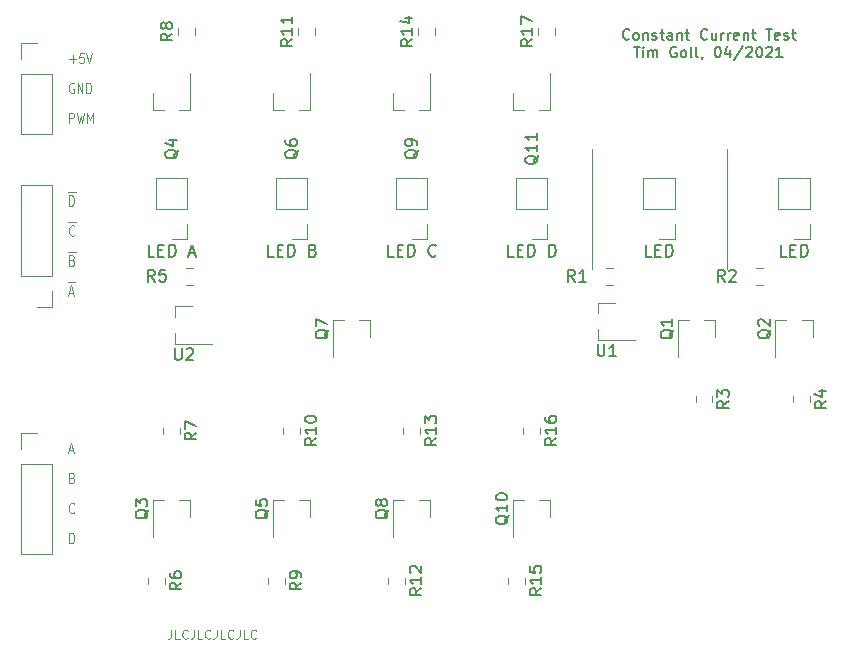
<source format=gbr>
%TF.GenerationSoftware,KiCad,Pcbnew,(5.1.6)-1*%
%TF.CreationDate,2021-04-07T17:42:24+02:00*%
%TF.ProjectId,constant_current,636f6e73-7461-46e7-945f-63757272656e,rev?*%
%TF.SameCoordinates,Original*%
%TF.FileFunction,Legend,Top*%
%TF.FilePolarity,Positive*%
%FSLAX46Y46*%
G04 Gerber Fmt 4.6, Leading zero omitted, Abs format (unit mm)*
G04 Created by KiCad (PCBNEW (5.1.6)-1) date 2021-04-07 17:42:24*
%MOMM*%
%LPD*%
G01*
G04 APERTURE LIST*
%ADD10C,0.120000*%
%ADD11C,0.150000*%
G04 APERTURE END LIST*
D10*
X40884666Y-71527142D02*
X40884666Y-70627142D01*
X41051333Y-70627142D01*
X41151333Y-70670000D01*
X41218000Y-70755714D01*
X41251333Y-70841428D01*
X41284666Y-71012857D01*
X41284666Y-71141428D01*
X41251333Y-71312857D01*
X41218000Y-71398571D01*
X41151333Y-71484285D01*
X41051333Y-71527142D01*
X40884666Y-71527142D01*
X40718000Y-41741000D02*
X41418000Y-41741000D01*
X40884666Y-42952142D02*
X40884666Y-42052142D01*
X41051333Y-42052142D01*
X41151333Y-42095000D01*
X41218000Y-42180714D01*
X41251333Y-42266428D01*
X41284666Y-42437857D01*
X41284666Y-42566428D01*
X41251333Y-42737857D01*
X41218000Y-42823571D01*
X41151333Y-42909285D01*
X41051333Y-42952142D01*
X40884666Y-42952142D01*
X41284666Y-68901428D02*
X41251333Y-68944285D01*
X41151333Y-68987142D01*
X41084666Y-68987142D01*
X40984666Y-68944285D01*
X40918000Y-68858571D01*
X40884666Y-68772857D01*
X40851333Y-68601428D01*
X40851333Y-68472857D01*
X40884666Y-68301428D01*
X40918000Y-68215714D01*
X40984666Y-68130000D01*
X41084666Y-68087142D01*
X41151333Y-68087142D01*
X41251333Y-68130000D01*
X41284666Y-68172857D01*
X41118000Y-65975714D02*
X41218000Y-66018571D01*
X41251333Y-66061428D01*
X41284666Y-66147142D01*
X41284666Y-66275714D01*
X41251333Y-66361428D01*
X41218000Y-66404285D01*
X41151333Y-66447142D01*
X40884666Y-66447142D01*
X40884666Y-65547142D01*
X41118000Y-65547142D01*
X41184666Y-65590000D01*
X41218000Y-65632857D01*
X41251333Y-65718571D01*
X41251333Y-65804285D01*
X41218000Y-65890000D01*
X41184666Y-65932857D01*
X41118000Y-65975714D01*
X40884666Y-65975714D01*
X40851333Y-63650000D02*
X41184666Y-63650000D01*
X40784666Y-63907142D02*
X41018000Y-63007142D01*
X41251333Y-63907142D01*
X40718000Y-49361000D02*
X41318000Y-49361000D01*
X40851333Y-50315000D02*
X41184666Y-50315000D01*
X40784666Y-50572142D02*
X41018000Y-49672142D01*
X41251333Y-50572142D01*
X40718000Y-46821000D02*
X41418000Y-46821000D01*
X41118000Y-47560714D02*
X41218000Y-47603571D01*
X41251333Y-47646428D01*
X41284666Y-47732142D01*
X41284666Y-47860714D01*
X41251333Y-47946428D01*
X41218000Y-47989285D01*
X41151333Y-48032142D01*
X40884666Y-48032142D01*
X40884666Y-47132142D01*
X41118000Y-47132142D01*
X41184666Y-47175000D01*
X41218000Y-47217857D01*
X41251333Y-47303571D01*
X41251333Y-47389285D01*
X41218000Y-47475000D01*
X41184666Y-47517857D01*
X41118000Y-47560714D01*
X40884666Y-47560714D01*
X40718000Y-44281000D02*
X41418000Y-44281000D01*
X41284666Y-45406428D02*
X41251333Y-45449285D01*
X41151333Y-45492142D01*
X41084666Y-45492142D01*
X40984666Y-45449285D01*
X40918000Y-45363571D01*
X40884666Y-45277857D01*
X40851333Y-45106428D01*
X40851333Y-44977857D01*
X40884666Y-44806428D01*
X40918000Y-44720714D01*
X40984666Y-44635000D01*
X41084666Y-44592142D01*
X41151333Y-44592142D01*
X41251333Y-44635000D01*
X41284666Y-44677857D01*
X40884666Y-35967142D02*
X40884666Y-35067142D01*
X41151333Y-35067142D01*
X41218000Y-35110000D01*
X41251333Y-35152857D01*
X41284666Y-35238571D01*
X41284666Y-35367142D01*
X41251333Y-35452857D01*
X41218000Y-35495714D01*
X41151333Y-35538571D01*
X40884666Y-35538571D01*
X41518000Y-35067142D02*
X41684666Y-35967142D01*
X41818000Y-35324285D01*
X41951333Y-35967142D01*
X42118000Y-35067142D01*
X42384666Y-35967142D02*
X42384666Y-35067142D01*
X42618000Y-35710000D01*
X42851333Y-35067142D01*
X42851333Y-35967142D01*
X41251333Y-32570000D02*
X41184666Y-32527142D01*
X41084666Y-32527142D01*
X40984666Y-32570000D01*
X40918000Y-32655714D01*
X40884666Y-32741428D01*
X40851333Y-32912857D01*
X40851333Y-33041428D01*
X40884666Y-33212857D01*
X40918000Y-33298571D01*
X40984666Y-33384285D01*
X41084666Y-33427142D01*
X41151333Y-33427142D01*
X41251333Y-33384285D01*
X41284666Y-33341428D01*
X41284666Y-33041428D01*
X41151333Y-33041428D01*
X41584666Y-33427142D02*
X41584666Y-32527142D01*
X41984666Y-33427142D01*
X41984666Y-32527142D01*
X42318000Y-33427142D02*
X42318000Y-32527142D01*
X42484666Y-32527142D01*
X42584666Y-32570000D01*
X42651333Y-32655714D01*
X42684666Y-32741428D01*
X42718000Y-32912857D01*
X42718000Y-33041428D01*
X42684666Y-33212857D01*
X42651333Y-33298571D01*
X42584666Y-33384285D01*
X42484666Y-33427142D01*
X42318000Y-33427142D01*
X40884666Y-30544285D02*
X41418000Y-30544285D01*
X41151333Y-30887142D02*
X41151333Y-30201428D01*
X42084666Y-29987142D02*
X41751333Y-29987142D01*
X41718000Y-30415714D01*
X41751333Y-30372857D01*
X41818000Y-30330000D01*
X41984666Y-30330000D01*
X42051333Y-30372857D01*
X42084666Y-30415714D01*
X42118000Y-30501428D01*
X42118000Y-30715714D01*
X42084666Y-30801428D01*
X42051333Y-30844285D01*
X41984666Y-30887142D01*
X41818000Y-30887142D01*
X41751333Y-30844285D01*
X41718000Y-30801428D01*
X42318000Y-29987142D02*
X42551333Y-30887142D01*
X42784666Y-29987142D01*
X49496571Y-78837285D02*
X49496571Y-79373000D01*
X49460857Y-79480142D01*
X49389428Y-79551571D01*
X49282285Y-79587285D01*
X49210857Y-79587285D01*
X50210857Y-79587285D02*
X49853714Y-79587285D01*
X49853714Y-78837285D01*
X50889428Y-79515857D02*
X50853714Y-79551571D01*
X50746571Y-79587285D01*
X50675142Y-79587285D01*
X50568000Y-79551571D01*
X50496571Y-79480142D01*
X50460857Y-79408714D01*
X50425142Y-79265857D01*
X50425142Y-79158714D01*
X50460857Y-79015857D01*
X50496571Y-78944428D01*
X50568000Y-78873000D01*
X50675142Y-78837285D01*
X50746571Y-78837285D01*
X50853714Y-78873000D01*
X50889428Y-78908714D01*
X51425142Y-78837285D02*
X51425142Y-79373000D01*
X51389428Y-79480142D01*
X51318000Y-79551571D01*
X51210857Y-79587285D01*
X51139428Y-79587285D01*
X52139428Y-79587285D02*
X51782285Y-79587285D01*
X51782285Y-78837285D01*
X52818000Y-79515857D02*
X52782285Y-79551571D01*
X52675142Y-79587285D01*
X52603714Y-79587285D01*
X52496571Y-79551571D01*
X52425142Y-79480142D01*
X52389428Y-79408714D01*
X52353714Y-79265857D01*
X52353714Y-79158714D01*
X52389428Y-79015857D01*
X52425142Y-78944428D01*
X52496571Y-78873000D01*
X52603714Y-78837285D01*
X52675142Y-78837285D01*
X52782285Y-78873000D01*
X52818000Y-78908714D01*
X53353714Y-78837285D02*
X53353714Y-79373000D01*
X53318000Y-79480142D01*
X53246571Y-79551571D01*
X53139428Y-79587285D01*
X53068000Y-79587285D01*
X54068000Y-79587285D02*
X53710857Y-79587285D01*
X53710857Y-78837285D01*
X54746571Y-79515857D02*
X54710857Y-79551571D01*
X54603714Y-79587285D01*
X54532285Y-79587285D01*
X54425142Y-79551571D01*
X54353714Y-79480142D01*
X54318000Y-79408714D01*
X54282285Y-79265857D01*
X54282285Y-79158714D01*
X54318000Y-79015857D01*
X54353714Y-78944428D01*
X54425142Y-78873000D01*
X54532285Y-78837285D01*
X54603714Y-78837285D01*
X54710857Y-78873000D01*
X54746571Y-78908714D01*
X55282285Y-78837285D02*
X55282285Y-79373000D01*
X55246571Y-79480142D01*
X55175142Y-79551571D01*
X55068000Y-79587285D01*
X54996571Y-79587285D01*
X55996571Y-79587285D02*
X55639428Y-79587285D01*
X55639428Y-78837285D01*
X56675142Y-79515857D02*
X56639428Y-79551571D01*
X56532285Y-79587285D01*
X56460857Y-79587285D01*
X56353714Y-79551571D01*
X56282285Y-79480142D01*
X56246571Y-79408714D01*
X56210857Y-79265857D01*
X56210857Y-79158714D01*
X56246571Y-79015857D01*
X56282285Y-78944428D01*
X56353714Y-78873000D01*
X56460857Y-78837285D01*
X56532285Y-78837285D01*
X56639428Y-78873000D01*
X56675142Y-78908714D01*
D11*
X88267428Y-28781428D02*
X88224571Y-28824285D01*
X88095999Y-28867142D01*
X88010285Y-28867142D01*
X87881714Y-28824285D01*
X87795999Y-28738571D01*
X87753142Y-28652857D01*
X87710285Y-28481428D01*
X87710285Y-28352857D01*
X87753142Y-28181428D01*
X87795999Y-28095714D01*
X87881714Y-28010000D01*
X88010285Y-27967142D01*
X88095999Y-27967142D01*
X88224571Y-28010000D01*
X88267428Y-28052857D01*
X88781714Y-28867142D02*
X88695999Y-28824285D01*
X88653142Y-28781428D01*
X88610285Y-28695714D01*
X88610285Y-28438571D01*
X88653142Y-28352857D01*
X88695999Y-28310000D01*
X88781714Y-28267142D01*
X88910285Y-28267142D01*
X88995999Y-28310000D01*
X89038857Y-28352857D01*
X89081714Y-28438571D01*
X89081714Y-28695714D01*
X89038857Y-28781428D01*
X88995999Y-28824285D01*
X88910285Y-28867142D01*
X88781714Y-28867142D01*
X89467428Y-28267142D02*
X89467428Y-28867142D01*
X89467428Y-28352857D02*
X89510285Y-28310000D01*
X89595999Y-28267142D01*
X89724571Y-28267142D01*
X89810285Y-28310000D01*
X89853142Y-28395714D01*
X89853142Y-28867142D01*
X90238857Y-28824285D02*
X90324571Y-28867142D01*
X90495999Y-28867142D01*
X90581714Y-28824285D01*
X90624571Y-28738571D01*
X90624571Y-28695714D01*
X90581714Y-28610000D01*
X90495999Y-28567142D01*
X90367428Y-28567142D01*
X90281714Y-28524285D01*
X90238857Y-28438571D01*
X90238857Y-28395714D01*
X90281714Y-28310000D01*
X90367428Y-28267142D01*
X90495999Y-28267142D01*
X90581714Y-28310000D01*
X90881714Y-28267142D02*
X91224571Y-28267142D01*
X91010285Y-27967142D02*
X91010285Y-28738571D01*
X91053142Y-28824285D01*
X91138857Y-28867142D01*
X91224571Y-28867142D01*
X91910285Y-28867142D02*
X91910285Y-28395714D01*
X91867428Y-28310000D01*
X91781714Y-28267142D01*
X91610285Y-28267142D01*
X91524571Y-28310000D01*
X91910285Y-28824285D02*
X91824571Y-28867142D01*
X91610285Y-28867142D01*
X91524571Y-28824285D01*
X91481714Y-28738571D01*
X91481714Y-28652857D01*
X91524571Y-28567142D01*
X91610285Y-28524285D01*
X91824571Y-28524285D01*
X91910285Y-28481428D01*
X92338857Y-28267142D02*
X92338857Y-28867142D01*
X92338857Y-28352857D02*
X92381714Y-28310000D01*
X92467428Y-28267142D01*
X92595999Y-28267142D01*
X92681714Y-28310000D01*
X92724571Y-28395714D01*
X92724571Y-28867142D01*
X93024571Y-28267142D02*
X93367428Y-28267142D01*
X93153142Y-27967142D02*
X93153142Y-28738571D01*
X93195999Y-28824285D01*
X93281714Y-28867142D01*
X93367428Y-28867142D01*
X94867428Y-28781428D02*
X94824571Y-28824285D01*
X94695999Y-28867142D01*
X94610285Y-28867142D01*
X94481714Y-28824285D01*
X94395999Y-28738571D01*
X94353142Y-28652857D01*
X94310285Y-28481428D01*
X94310285Y-28352857D01*
X94353142Y-28181428D01*
X94395999Y-28095714D01*
X94481714Y-28010000D01*
X94610285Y-27967142D01*
X94695999Y-27967142D01*
X94824571Y-28010000D01*
X94867428Y-28052857D01*
X95638857Y-28267142D02*
X95638857Y-28867142D01*
X95253142Y-28267142D02*
X95253142Y-28738571D01*
X95295999Y-28824285D01*
X95381714Y-28867142D01*
X95510285Y-28867142D01*
X95595999Y-28824285D01*
X95638857Y-28781428D01*
X96067428Y-28867142D02*
X96067428Y-28267142D01*
X96067428Y-28438571D02*
X96110285Y-28352857D01*
X96153142Y-28310000D01*
X96238857Y-28267142D01*
X96324571Y-28267142D01*
X96624571Y-28867142D02*
X96624571Y-28267142D01*
X96624571Y-28438571D02*
X96667428Y-28352857D01*
X96710285Y-28310000D01*
X96795999Y-28267142D01*
X96881714Y-28267142D01*
X97524571Y-28824285D02*
X97438857Y-28867142D01*
X97267428Y-28867142D01*
X97181714Y-28824285D01*
X97138857Y-28738571D01*
X97138857Y-28395714D01*
X97181714Y-28310000D01*
X97267428Y-28267142D01*
X97438857Y-28267142D01*
X97524571Y-28310000D01*
X97567428Y-28395714D01*
X97567428Y-28481428D01*
X97138857Y-28567142D01*
X97953142Y-28267142D02*
X97953142Y-28867142D01*
X97953142Y-28352857D02*
X97995999Y-28310000D01*
X98081714Y-28267142D01*
X98210285Y-28267142D01*
X98295999Y-28310000D01*
X98338857Y-28395714D01*
X98338857Y-28867142D01*
X98638857Y-28267142D02*
X98981714Y-28267142D01*
X98767428Y-27967142D02*
X98767428Y-28738571D01*
X98810285Y-28824285D01*
X98895999Y-28867142D01*
X98981714Y-28867142D01*
X99838857Y-27967142D02*
X100353142Y-27967142D01*
X100095999Y-28867142D02*
X100095999Y-27967142D01*
X100995999Y-28824285D02*
X100910285Y-28867142D01*
X100738857Y-28867142D01*
X100653142Y-28824285D01*
X100610285Y-28738571D01*
X100610285Y-28395714D01*
X100653142Y-28310000D01*
X100738857Y-28267142D01*
X100910285Y-28267142D01*
X100995999Y-28310000D01*
X101038857Y-28395714D01*
X101038857Y-28481428D01*
X100610285Y-28567142D01*
X101381714Y-28824285D02*
X101467428Y-28867142D01*
X101638857Y-28867142D01*
X101724571Y-28824285D01*
X101767428Y-28738571D01*
X101767428Y-28695714D01*
X101724571Y-28610000D01*
X101638857Y-28567142D01*
X101510285Y-28567142D01*
X101424571Y-28524285D01*
X101381714Y-28438571D01*
X101381714Y-28395714D01*
X101424571Y-28310000D01*
X101510285Y-28267142D01*
X101638857Y-28267142D01*
X101724571Y-28310000D01*
X102024571Y-28267142D02*
X102367428Y-28267142D01*
X102153142Y-27967142D02*
X102153142Y-28738571D01*
X102195999Y-28824285D01*
X102281714Y-28867142D01*
X102367428Y-28867142D01*
X88653142Y-29467142D02*
X89167428Y-29467142D01*
X88910285Y-30367142D02*
X88910285Y-29467142D01*
X89467428Y-30367142D02*
X89467428Y-29767142D01*
X89467428Y-29467142D02*
X89424571Y-29510000D01*
X89467428Y-29552857D01*
X89510285Y-29510000D01*
X89467428Y-29467142D01*
X89467428Y-29552857D01*
X89896000Y-30367142D02*
X89896000Y-29767142D01*
X89896000Y-29852857D02*
X89938857Y-29810000D01*
X90024571Y-29767142D01*
X90153142Y-29767142D01*
X90238857Y-29810000D01*
X90281714Y-29895714D01*
X90281714Y-30367142D01*
X90281714Y-29895714D02*
X90324571Y-29810000D01*
X90410285Y-29767142D01*
X90538857Y-29767142D01*
X90624571Y-29810000D01*
X90667428Y-29895714D01*
X90667428Y-30367142D01*
X92253142Y-29510000D02*
X92167428Y-29467142D01*
X92038857Y-29467142D01*
X91910285Y-29510000D01*
X91824571Y-29595714D01*
X91781714Y-29681428D01*
X91738857Y-29852857D01*
X91738857Y-29981428D01*
X91781714Y-30152857D01*
X91824571Y-30238571D01*
X91910285Y-30324285D01*
X92038857Y-30367142D01*
X92124571Y-30367142D01*
X92253142Y-30324285D01*
X92296000Y-30281428D01*
X92296000Y-29981428D01*
X92124571Y-29981428D01*
X92810285Y-30367142D02*
X92724571Y-30324285D01*
X92681714Y-30281428D01*
X92638857Y-30195714D01*
X92638857Y-29938571D01*
X92681714Y-29852857D01*
X92724571Y-29810000D01*
X92810285Y-29767142D01*
X92938857Y-29767142D01*
X93024571Y-29810000D01*
X93067428Y-29852857D01*
X93110285Y-29938571D01*
X93110285Y-30195714D01*
X93067428Y-30281428D01*
X93024571Y-30324285D01*
X92938857Y-30367142D01*
X92810285Y-30367142D01*
X93624571Y-30367142D02*
X93538857Y-30324285D01*
X93496000Y-30238571D01*
X93496000Y-29467142D01*
X94096000Y-30367142D02*
X94010285Y-30324285D01*
X93967428Y-30238571D01*
X93967428Y-29467142D01*
X94481714Y-30324285D02*
X94481714Y-30367142D01*
X94438857Y-30452857D01*
X94396000Y-30495714D01*
X95724571Y-29467142D02*
X95810285Y-29467142D01*
X95896000Y-29510000D01*
X95938857Y-29552857D01*
X95981714Y-29638571D01*
X96024571Y-29810000D01*
X96024571Y-30024285D01*
X95981714Y-30195714D01*
X95938857Y-30281428D01*
X95896000Y-30324285D01*
X95810285Y-30367142D01*
X95724571Y-30367142D01*
X95638857Y-30324285D01*
X95596000Y-30281428D01*
X95553142Y-30195714D01*
X95510285Y-30024285D01*
X95510285Y-29810000D01*
X95553142Y-29638571D01*
X95596000Y-29552857D01*
X95638857Y-29510000D01*
X95724571Y-29467142D01*
X96796000Y-29767142D02*
X96796000Y-30367142D01*
X96581714Y-29424285D02*
X96367428Y-30067142D01*
X96924571Y-30067142D01*
X97910285Y-29424285D02*
X97138857Y-30581428D01*
X98167428Y-29552857D02*
X98210285Y-29510000D01*
X98296000Y-29467142D01*
X98510285Y-29467142D01*
X98596000Y-29510000D01*
X98638857Y-29552857D01*
X98681714Y-29638571D01*
X98681714Y-29724285D01*
X98638857Y-29852857D01*
X98124571Y-30367142D01*
X98681714Y-30367142D01*
X99238857Y-29467142D02*
X99324571Y-29467142D01*
X99410285Y-29510000D01*
X99453142Y-29552857D01*
X99496000Y-29638571D01*
X99538857Y-29810000D01*
X99538857Y-30024285D01*
X99496000Y-30195714D01*
X99453142Y-30281428D01*
X99410285Y-30324285D01*
X99324571Y-30367142D01*
X99238857Y-30367142D01*
X99153142Y-30324285D01*
X99110285Y-30281428D01*
X99067428Y-30195714D01*
X99024571Y-30024285D01*
X99024571Y-29810000D01*
X99067428Y-29638571D01*
X99110285Y-29552857D01*
X99153142Y-29510000D01*
X99238857Y-29467142D01*
X99881714Y-29552857D02*
X99924571Y-29510000D01*
X100010285Y-29467142D01*
X100224571Y-29467142D01*
X100310285Y-29510000D01*
X100353142Y-29552857D01*
X100395999Y-29638571D01*
X100395999Y-29724285D01*
X100353142Y-29852857D01*
X99838857Y-30367142D01*
X100395999Y-30367142D01*
X101253142Y-30367142D02*
X100738857Y-30367142D01*
X100995999Y-30367142D02*
X100995999Y-29467142D01*
X100910285Y-29595714D01*
X100824571Y-29681428D01*
X100738857Y-29724285D01*
D10*
X85090000Y-38100000D02*
X85090000Y-48260000D01*
X96520000Y-38100000D02*
X96520000Y-48260000D01*
%TO.C,J1*%
X36770000Y-29150000D02*
X38100000Y-29150000D01*
X36770000Y-30480000D02*
X36770000Y-29150000D01*
X36770000Y-31750000D02*
X39430000Y-31750000D01*
X39430000Y-31750000D02*
X39430000Y-36890000D01*
X36770000Y-31750000D02*
X36770000Y-36890000D01*
X36770000Y-36890000D02*
X39430000Y-36890000D01*
%TO.C,LED*%
X92135000Y-40580000D02*
X89475000Y-40580000D01*
X92135000Y-43180000D02*
X92135000Y-40580000D01*
X89475000Y-43180000D02*
X89475000Y-40580000D01*
X92135000Y-43180000D02*
X89475000Y-43180000D01*
X92135000Y-44450000D02*
X92135000Y-45780000D01*
X92135000Y-45780000D02*
X90805000Y-45780000D01*
X103565000Y-45780000D02*
X102235000Y-45780000D01*
X103565000Y-44450000D02*
X103565000Y-45780000D01*
X103565000Y-43180000D02*
X100905000Y-43180000D01*
X100905000Y-43180000D02*
X100905000Y-40580000D01*
X103565000Y-43180000D02*
X103565000Y-40580000D01*
X103565000Y-40580000D02*
X100905000Y-40580000D01*
%TO.C,J4*%
X39430000Y-51495000D02*
X38100000Y-51495000D01*
X39430000Y-50165000D02*
X39430000Y-51495000D01*
X39430000Y-48895000D02*
X36770000Y-48895000D01*
X36770000Y-48895000D02*
X36770000Y-41215000D01*
X39430000Y-48895000D02*
X39430000Y-41215000D01*
X39430000Y-41215000D02*
X36770000Y-41215000D01*
%TO.C,J5*%
X36770000Y-72450000D02*
X39430000Y-72450000D01*
X36770000Y-64770000D02*
X36770000Y-72450000D01*
X39430000Y-64770000D02*
X39430000Y-72450000D01*
X36770000Y-64770000D02*
X39430000Y-64770000D01*
X36770000Y-63500000D02*
X36770000Y-62170000D01*
X36770000Y-62170000D02*
X38100000Y-62170000D01*
%TO.C,LED A*%
X50860000Y-40580000D02*
X48200000Y-40580000D01*
X50860000Y-43180000D02*
X50860000Y-40580000D01*
X48200000Y-43180000D02*
X48200000Y-40580000D01*
X50860000Y-43180000D02*
X48200000Y-43180000D01*
X50860000Y-44450000D02*
X50860000Y-45780000D01*
X50860000Y-45780000D02*
X49530000Y-45780000D01*
%TO.C,LED B*%
X61020000Y-45780000D02*
X59690000Y-45780000D01*
X61020000Y-44450000D02*
X61020000Y-45780000D01*
X61020000Y-43180000D02*
X58360000Y-43180000D01*
X58360000Y-43180000D02*
X58360000Y-40580000D01*
X61020000Y-43180000D02*
X61020000Y-40580000D01*
X61020000Y-40580000D02*
X58360000Y-40580000D01*
%TO.C,LED C*%
X71180000Y-40580000D02*
X68520000Y-40580000D01*
X71180000Y-43180000D02*
X71180000Y-40580000D01*
X68520000Y-43180000D02*
X68520000Y-40580000D01*
X71180000Y-43180000D02*
X68520000Y-43180000D01*
X71180000Y-44450000D02*
X71180000Y-45780000D01*
X71180000Y-45780000D02*
X69850000Y-45780000D01*
%TO.C,LED D*%
X81340000Y-45780000D02*
X80010000Y-45780000D01*
X81340000Y-44450000D02*
X81340000Y-45780000D01*
X81340000Y-43180000D02*
X78680000Y-43180000D01*
X78680000Y-43180000D02*
X78680000Y-40580000D01*
X81340000Y-43180000D02*
X81340000Y-40580000D01*
X81340000Y-40580000D02*
X78680000Y-40580000D01*
%TO.C,Q1*%
X95560000Y-52580000D02*
X95560000Y-54040000D01*
X92400000Y-52580000D02*
X92400000Y-55740000D01*
X92400000Y-52580000D02*
X93330000Y-52580000D01*
X95560000Y-52580000D02*
X94630000Y-52580000D01*
%TO.C,Q2*%
X103815000Y-52580000D02*
X103815000Y-54040000D01*
X100655000Y-52580000D02*
X100655000Y-55740000D01*
X100655000Y-52580000D02*
X101585000Y-52580000D01*
X103815000Y-52580000D02*
X102885000Y-52580000D01*
%TO.C,Q3*%
X51110000Y-67820000D02*
X51110000Y-69280000D01*
X47950000Y-67820000D02*
X47950000Y-70980000D01*
X47950000Y-67820000D02*
X48880000Y-67820000D01*
X51110000Y-67820000D02*
X50180000Y-67820000D01*
%TO.C,Q4*%
X47950000Y-34820000D02*
X48880000Y-34820000D01*
X51110000Y-34820000D02*
X50180000Y-34820000D01*
X51110000Y-34820000D02*
X51110000Y-31660000D01*
X47950000Y-34820000D02*
X47950000Y-33360000D01*
%TO.C,Q5*%
X61270000Y-67820000D02*
X61270000Y-69280000D01*
X58110000Y-67820000D02*
X58110000Y-70980000D01*
X58110000Y-67820000D02*
X59040000Y-67820000D01*
X61270000Y-67820000D02*
X60340000Y-67820000D01*
%TO.C,Q6*%
X58110000Y-34820000D02*
X59040000Y-34820000D01*
X61270000Y-34820000D02*
X60340000Y-34820000D01*
X61270000Y-34820000D02*
X61270000Y-31660000D01*
X58110000Y-34820000D02*
X58110000Y-33360000D01*
%TO.C,Q7*%
X66350000Y-52580000D02*
X66350000Y-54040000D01*
X63190000Y-52580000D02*
X63190000Y-55740000D01*
X63190000Y-52580000D02*
X64120000Y-52580000D01*
X66350000Y-52580000D02*
X65420000Y-52580000D01*
%TO.C,Q8*%
X71430000Y-67820000D02*
X70500000Y-67820000D01*
X68270000Y-67820000D02*
X69200000Y-67820000D01*
X68270000Y-67820000D02*
X68270000Y-70980000D01*
X71430000Y-67820000D02*
X71430000Y-69280000D01*
%TO.C,Q9*%
X68270000Y-34820000D02*
X68270000Y-33360000D01*
X71430000Y-34820000D02*
X71430000Y-31660000D01*
X71430000Y-34820000D02*
X70500000Y-34820000D01*
X68270000Y-34820000D02*
X69200000Y-34820000D01*
%TO.C,Q10*%
X81590000Y-67820000D02*
X81590000Y-69280000D01*
X78430000Y-67820000D02*
X78430000Y-70980000D01*
X78430000Y-67820000D02*
X79360000Y-67820000D01*
X81590000Y-67820000D02*
X80660000Y-67820000D01*
%TO.C,Q11*%
X78430000Y-34820000D02*
X79360000Y-34820000D01*
X81590000Y-34820000D02*
X80660000Y-34820000D01*
X81590000Y-34820000D02*
X81590000Y-31660000D01*
X78430000Y-34820000D02*
X78430000Y-33360000D01*
%TO.C,R1*%
X86343748Y-48185000D02*
X86866252Y-48185000D01*
X86343748Y-49605000D02*
X86866252Y-49605000D01*
%TO.C,R2*%
X99043748Y-49605000D02*
X99566252Y-49605000D01*
X99043748Y-48185000D02*
X99566252Y-48185000D01*
%TO.C,R3*%
X93905000Y-59038748D02*
X93905000Y-59561252D01*
X95325000Y-59038748D02*
X95325000Y-59561252D01*
%TO.C,R4*%
X103580000Y-59038748D02*
X103580000Y-59561252D01*
X102160000Y-59038748D02*
X102160000Y-59561252D01*
%TO.C,R5*%
X50783748Y-49605000D02*
X51306252Y-49605000D01*
X50783748Y-48185000D02*
X51306252Y-48185000D01*
%TO.C,R6*%
X48970000Y-74423748D02*
X48970000Y-74946252D01*
X47550000Y-74423748D02*
X47550000Y-74946252D01*
%TO.C,R7*%
X48820000Y-61723748D02*
X48820000Y-62246252D01*
X50240000Y-61723748D02*
X50240000Y-62246252D01*
%TO.C,R8*%
X51510000Y-28446252D02*
X51510000Y-27923748D01*
X50090000Y-28446252D02*
X50090000Y-27923748D01*
%TO.C,R9*%
X59130000Y-74423748D02*
X59130000Y-74946252D01*
X57710000Y-74423748D02*
X57710000Y-74946252D01*
%TO.C,R10*%
X58980000Y-61723748D02*
X58980000Y-62246252D01*
X60400000Y-61723748D02*
X60400000Y-62246252D01*
%TO.C,R11*%
X60250000Y-28446252D02*
X60250000Y-27923748D01*
X61670000Y-28446252D02*
X61670000Y-27923748D01*
%TO.C,R12*%
X67870000Y-74423748D02*
X67870000Y-74946252D01*
X69290000Y-74423748D02*
X69290000Y-74946252D01*
%TO.C,R13*%
X70560000Y-61723748D02*
X70560000Y-62246252D01*
X69140000Y-61723748D02*
X69140000Y-62246252D01*
%TO.C,R14*%
X71830000Y-28446252D02*
X71830000Y-27923748D01*
X70410000Y-28446252D02*
X70410000Y-27923748D01*
%TO.C,R15*%
X79450000Y-74423748D02*
X79450000Y-74946252D01*
X78030000Y-74423748D02*
X78030000Y-74946252D01*
%TO.C,R16*%
X79300000Y-61723748D02*
X79300000Y-62246252D01*
X80720000Y-61723748D02*
X80720000Y-62246252D01*
%TO.C,R17*%
X80570000Y-28446252D02*
X80570000Y-27923748D01*
X81990000Y-28446252D02*
X81990000Y-27923748D01*
%TO.C,U1*%
X85600000Y-51125000D02*
X85600000Y-52055000D01*
X85600000Y-54285000D02*
X85600000Y-53355000D01*
X85600000Y-54285000D02*
X88760000Y-54285000D01*
X85600000Y-51125000D02*
X87060000Y-51125000D01*
%TO.C,U2*%
X49810000Y-51440000D02*
X49810000Y-52370000D01*
X49810000Y-54600000D02*
X49810000Y-53670000D01*
X49810000Y-54600000D02*
X52970000Y-54600000D01*
X49810000Y-51440000D02*
X51270000Y-51440000D01*
%TO.C,LED*%
D11*
X90162142Y-47232380D02*
X89685952Y-47232380D01*
X89685952Y-46232380D01*
X90495476Y-46708571D02*
X90828809Y-46708571D01*
X90971666Y-47232380D02*
X90495476Y-47232380D01*
X90495476Y-46232380D01*
X90971666Y-46232380D01*
X91400238Y-47232380D02*
X91400238Y-46232380D01*
X91638333Y-46232380D01*
X91781190Y-46280000D01*
X91876428Y-46375238D01*
X91924047Y-46470476D01*
X91971666Y-46660952D01*
X91971666Y-46803809D01*
X91924047Y-46994285D01*
X91876428Y-47089523D01*
X91781190Y-47184761D01*
X91638333Y-47232380D01*
X91400238Y-47232380D01*
X101592142Y-47232380D02*
X101115952Y-47232380D01*
X101115952Y-46232380D01*
X101925476Y-46708571D02*
X102258809Y-46708571D01*
X102401666Y-47232380D02*
X101925476Y-47232380D01*
X101925476Y-46232380D01*
X102401666Y-46232380D01*
X102830238Y-47232380D02*
X102830238Y-46232380D01*
X103068333Y-46232380D01*
X103211190Y-46280000D01*
X103306428Y-46375238D01*
X103354047Y-46470476D01*
X103401666Y-46660952D01*
X103401666Y-46803809D01*
X103354047Y-46994285D01*
X103306428Y-47089523D01*
X103211190Y-47184761D01*
X103068333Y-47232380D01*
X102830238Y-47232380D01*
%TO.C,LED A*%
X48077619Y-47232380D02*
X47601428Y-47232380D01*
X47601428Y-46232380D01*
X48410952Y-46708571D02*
X48744285Y-46708571D01*
X48887142Y-47232380D02*
X48410952Y-47232380D01*
X48410952Y-46232380D01*
X48887142Y-46232380D01*
X49315714Y-47232380D02*
X49315714Y-46232380D01*
X49553809Y-46232380D01*
X49696666Y-46280000D01*
X49791904Y-46375238D01*
X49839523Y-46470476D01*
X49887142Y-46660952D01*
X49887142Y-46803809D01*
X49839523Y-46994285D01*
X49791904Y-47089523D01*
X49696666Y-47184761D01*
X49553809Y-47232380D01*
X49315714Y-47232380D01*
X51030000Y-46946666D02*
X51506190Y-46946666D01*
X50934761Y-47232380D02*
X51268095Y-46232380D01*
X51601428Y-47232380D01*
%TO.C,LED B*%
X58166190Y-47232380D02*
X57690000Y-47232380D01*
X57690000Y-46232380D01*
X58499523Y-46708571D02*
X58832857Y-46708571D01*
X58975714Y-47232380D02*
X58499523Y-47232380D01*
X58499523Y-46232380D01*
X58975714Y-46232380D01*
X59404285Y-47232380D02*
X59404285Y-46232380D01*
X59642380Y-46232380D01*
X59785238Y-46280000D01*
X59880476Y-46375238D01*
X59928095Y-46470476D01*
X59975714Y-46660952D01*
X59975714Y-46803809D01*
X59928095Y-46994285D01*
X59880476Y-47089523D01*
X59785238Y-47184761D01*
X59642380Y-47232380D01*
X59404285Y-47232380D01*
X61499523Y-46708571D02*
X61642380Y-46756190D01*
X61690000Y-46803809D01*
X61737619Y-46899047D01*
X61737619Y-47041904D01*
X61690000Y-47137142D01*
X61642380Y-47184761D01*
X61547142Y-47232380D01*
X61166190Y-47232380D01*
X61166190Y-46232380D01*
X61499523Y-46232380D01*
X61594761Y-46280000D01*
X61642380Y-46327619D01*
X61690000Y-46422857D01*
X61690000Y-46518095D01*
X61642380Y-46613333D01*
X61594761Y-46660952D01*
X61499523Y-46708571D01*
X61166190Y-46708571D01*
%TO.C,LED C*%
X68326190Y-47232380D02*
X67850000Y-47232380D01*
X67850000Y-46232380D01*
X68659523Y-46708571D02*
X68992857Y-46708571D01*
X69135714Y-47232380D02*
X68659523Y-47232380D01*
X68659523Y-46232380D01*
X69135714Y-46232380D01*
X69564285Y-47232380D02*
X69564285Y-46232380D01*
X69802380Y-46232380D01*
X69945238Y-46280000D01*
X70040476Y-46375238D01*
X70088095Y-46470476D01*
X70135714Y-46660952D01*
X70135714Y-46803809D01*
X70088095Y-46994285D01*
X70040476Y-47089523D01*
X69945238Y-47184761D01*
X69802380Y-47232380D01*
X69564285Y-47232380D01*
X71897619Y-47137142D02*
X71850000Y-47184761D01*
X71707142Y-47232380D01*
X71611904Y-47232380D01*
X71469047Y-47184761D01*
X71373809Y-47089523D01*
X71326190Y-46994285D01*
X71278571Y-46803809D01*
X71278571Y-46660952D01*
X71326190Y-46470476D01*
X71373809Y-46375238D01*
X71469047Y-46280000D01*
X71611904Y-46232380D01*
X71707142Y-46232380D01*
X71850000Y-46280000D01*
X71897619Y-46327619D01*
%TO.C,LED D*%
X78486190Y-47232380D02*
X78010000Y-47232380D01*
X78010000Y-46232380D01*
X78819523Y-46708571D02*
X79152857Y-46708571D01*
X79295714Y-47232380D02*
X78819523Y-47232380D01*
X78819523Y-46232380D01*
X79295714Y-46232380D01*
X79724285Y-47232380D02*
X79724285Y-46232380D01*
X79962380Y-46232380D01*
X80105238Y-46280000D01*
X80200476Y-46375238D01*
X80248095Y-46470476D01*
X80295714Y-46660952D01*
X80295714Y-46803809D01*
X80248095Y-46994285D01*
X80200476Y-47089523D01*
X80105238Y-47184761D01*
X79962380Y-47232380D01*
X79724285Y-47232380D01*
X81486190Y-47232380D02*
X81486190Y-46232380D01*
X81724285Y-46232380D01*
X81867142Y-46280000D01*
X81962380Y-46375238D01*
X82010000Y-46470476D01*
X82057619Y-46660952D01*
X82057619Y-46803809D01*
X82010000Y-46994285D01*
X81962380Y-47089523D01*
X81867142Y-47184761D01*
X81724285Y-47232380D01*
X81486190Y-47232380D01*
%TO.C,Q1*%
X92027619Y-53435238D02*
X91980000Y-53530476D01*
X91884761Y-53625714D01*
X91741904Y-53768571D01*
X91694285Y-53863809D01*
X91694285Y-53959047D01*
X91932380Y-53911428D02*
X91884761Y-54006666D01*
X91789523Y-54101904D01*
X91599047Y-54149523D01*
X91265714Y-54149523D01*
X91075238Y-54101904D01*
X90980000Y-54006666D01*
X90932380Y-53911428D01*
X90932380Y-53720952D01*
X90980000Y-53625714D01*
X91075238Y-53530476D01*
X91265714Y-53482857D01*
X91599047Y-53482857D01*
X91789523Y-53530476D01*
X91884761Y-53625714D01*
X91932380Y-53720952D01*
X91932380Y-53911428D01*
X91932380Y-52530476D02*
X91932380Y-53101904D01*
X91932380Y-52816190D02*
X90932380Y-52816190D01*
X91075238Y-52911428D01*
X91170476Y-53006666D01*
X91218095Y-53101904D01*
%TO.C,Q2*%
X100282619Y-53435238D02*
X100235000Y-53530476D01*
X100139761Y-53625714D01*
X99996904Y-53768571D01*
X99949285Y-53863809D01*
X99949285Y-53959047D01*
X100187380Y-53911428D02*
X100139761Y-54006666D01*
X100044523Y-54101904D01*
X99854047Y-54149523D01*
X99520714Y-54149523D01*
X99330238Y-54101904D01*
X99235000Y-54006666D01*
X99187380Y-53911428D01*
X99187380Y-53720952D01*
X99235000Y-53625714D01*
X99330238Y-53530476D01*
X99520714Y-53482857D01*
X99854047Y-53482857D01*
X100044523Y-53530476D01*
X100139761Y-53625714D01*
X100187380Y-53720952D01*
X100187380Y-53911428D01*
X99282619Y-53101904D02*
X99235000Y-53054285D01*
X99187380Y-52959047D01*
X99187380Y-52720952D01*
X99235000Y-52625714D01*
X99282619Y-52578095D01*
X99377857Y-52530476D01*
X99473095Y-52530476D01*
X99615952Y-52578095D01*
X100187380Y-53149523D01*
X100187380Y-52530476D01*
%TO.C,Q3*%
X47577619Y-68675238D02*
X47530000Y-68770476D01*
X47434761Y-68865714D01*
X47291904Y-69008571D01*
X47244285Y-69103809D01*
X47244285Y-69199047D01*
X47482380Y-69151428D02*
X47434761Y-69246666D01*
X47339523Y-69341904D01*
X47149047Y-69389523D01*
X46815714Y-69389523D01*
X46625238Y-69341904D01*
X46530000Y-69246666D01*
X46482380Y-69151428D01*
X46482380Y-68960952D01*
X46530000Y-68865714D01*
X46625238Y-68770476D01*
X46815714Y-68722857D01*
X47149047Y-68722857D01*
X47339523Y-68770476D01*
X47434761Y-68865714D01*
X47482380Y-68960952D01*
X47482380Y-69151428D01*
X46482380Y-68389523D02*
X46482380Y-67770476D01*
X46863333Y-68103809D01*
X46863333Y-67960952D01*
X46910952Y-67865714D01*
X46958571Y-67818095D01*
X47053809Y-67770476D01*
X47291904Y-67770476D01*
X47387142Y-67818095D01*
X47434761Y-67865714D01*
X47482380Y-67960952D01*
X47482380Y-68246666D01*
X47434761Y-68341904D01*
X47387142Y-68389523D01*
%TO.C,Q4*%
X50077619Y-38195238D02*
X50030000Y-38290476D01*
X49934761Y-38385714D01*
X49791904Y-38528571D01*
X49744285Y-38623809D01*
X49744285Y-38719047D01*
X49982380Y-38671428D02*
X49934761Y-38766666D01*
X49839523Y-38861904D01*
X49649047Y-38909523D01*
X49315714Y-38909523D01*
X49125238Y-38861904D01*
X49030000Y-38766666D01*
X48982380Y-38671428D01*
X48982380Y-38480952D01*
X49030000Y-38385714D01*
X49125238Y-38290476D01*
X49315714Y-38242857D01*
X49649047Y-38242857D01*
X49839523Y-38290476D01*
X49934761Y-38385714D01*
X49982380Y-38480952D01*
X49982380Y-38671428D01*
X49315714Y-37385714D02*
X49982380Y-37385714D01*
X48934761Y-37623809D02*
X49649047Y-37861904D01*
X49649047Y-37242857D01*
%TO.C,Q5*%
X57737619Y-68675238D02*
X57690000Y-68770476D01*
X57594761Y-68865714D01*
X57451904Y-69008571D01*
X57404285Y-69103809D01*
X57404285Y-69199047D01*
X57642380Y-69151428D02*
X57594761Y-69246666D01*
X57499523Y-69341904D01*
X57309047Y-69389523D01*
X56975714Y-69389523D01*
X56785238Y-69341904D01*
X56690000Y-69246666D01*
X56642380Y-69151428D01*
X56642380Y-68960952D01*
X56690000Y-68865714D01*
X56785238Y-68770476D01*
X56975714Y-68722857D01*
X57309047Y-68722857D01*
X57499523Y-68770476D01*
X57594761Y-68865714D01*
X57642380Y-68960952D01*
X57642380Y-69151428D01*
X56642380Y-67818095D02*
X56642380Y-68294285D01*
X57118571Y-68341904D01*
X57070952Y-68294285D01*
X57023333Y-68199047D01*
X57023333Y-67960952D01*
X57070952Y-67865714D01*
X57118571Y-67818095D01*
X57213809Y-67770476D01*
X57451904Y-67770476D01*
X57547142Y-67818095D01*
X57594761Y-67865714D01*
X57642380Y-67960952D01*
X57642380Y-68199047D01*
X57594761Y-68294285D01*
X57547142Y-68341904D01*
%TO.C,Q6*%
X60237619Y-38195238D02*
X60190000Y-38290476D01*
X60094761Y-38385714D01*
X59951904Y-38528571D01*
X59904285Y-38623809D01*
X59904285Y-38719047D01*
X60142380Y-38671428D02*
X60094761Y-38766666D01*
X59999523Y-38861904D01*
X59809047Y-38909523D01*
X59475714Y-38909523D01*
X59285238Y-38861904D01*
X59190000Y-38766666D01*
X59142380Y-38671428D01*
X59142380Y-38480952D01*
X59190000Y-38385714D01*
X59285238Y-38290476D01*
X59475714Y-38242857D01*
X59809047Y-38242857D01*
X59999523Y-38290476D01*
X60094761Y-38385714D01*
X60142380Y-38480952D01*
X60142380Y-38671428D01*
X59142380Y-37385714D02*
X59142380Y-37576190D01*
X59190000Y-37671428D01*
X59237619Y-37719047D01*
X59380476Y-37814285D01*
X59570952Y-37861904D01*
X59951904Y-37861904D01*
X60047142Y-37814285D01*
X60094761Y-37766666D01*
X60142380Y-37671428D01*
X60142380Y-37480952D01*
X60094761Y-37385714D01*
X60047142Y-37338095D01*
X59951904Y-37290476D01*
X59713809Y-37290476D01*
X59618571Y-37338095D01*
X59570952Y-37385714D01*
X59523333Y-37480952D01*
X59523333Y-37671428D01*
X59570952Y-37766666D01*
X59618571Y-37814285D01*
X59713809Y-37861904D01*
%TO.C,Q7*%
X62817619Y-53435238D02*
X62770000Y-53530476D01*
X62674761Y-53625714D01*
X62531904Y-53768571D01*
X62484285Y-53863809D01*
X62484285Y-53959047D01*
X62722380Y-53911428D02*
X62674761Y-54006666D01*
X62579523Y-54101904D01*
X62389047Y-54149523D01*
X62055714Y-54149523D01*
X61865238Y-54101904D01*
X61770000Y-54006666D01*
X61722380Y-53911428D01*
X61722380Y-53720952D01*
X61770000Y-53625714D01*
X61865238Y-53530476D01*
X62055714Y-53482857D01*
X62389047Y-53482857D01*
X62579523Y-53530476D01*
X62674761Y-53625714D01*
X62722380Y-53720952D01*
X62722380Y-53911428D01*
X61722380Y-53149523D02*
X61722380Y-52482857D01*
X62722380Y-52911428D01*
%TO.C,Q8*%
X67897619Y-68675238D02*
X67850000Y-68770476D01*
X67754761Y-68865714D01*
X67611904Y-69008571D01*
X67564285Y-69103809D01*
X67564285Y-69199047D01*
X67802380Y-69151428D02*
X67754761Y-69246666D01*
X67659523Y-69341904D01*
X67469047Y-69389523D01*
X67135714Y-69389523D01*
X66945238Y-69341904D01*
X66850000Y-69246666D01*
X66802380Y-69151428D01*
X66802380Y-68960952D01*
X66850000Y-68865714D01*
X66945238Y-68770476D01*
X67135714Y-68722857D01*
X67469047Y-68722857D01*
X67659523Y-68770476D01*
X67754761Y-68865714D01*
X67802380Y-68960952D01*
X67802380Y-69151428D01*
X67230952Y-68151428D02*
X67183333Y-68246666D01*
X67135714Y-68294285D01*
X67040476Y-68341904D01*
X66992857Y-68341904D01*
X66897619Y-68294285D01*
X66850000Y-68246666D01*
X66802380Y-68151428D01*
X66802380Y-67960952D01*
X66850000Y-67865714D01*
X66897619Y-67818095D01*
X66992857Y-67770476D01*
X67040476Y-67770476D01*
X67135714Y-67818095D01*
X67183333Y-67865714D01*
X67230952Y-67960952D01*
X67230952Y-68151428D01*
X67278571Y-68246666D01*
X67326190Y-68294285D01*
X67421428Y-68341904D01*
X67611904Y-68341904D01*
X67707142Y-68294285D01*
X67754761Y-68246666D01*
X67802380Y-68151428D01*
X67802380Y-67960952D01*
X67754761Y-67865714D01*
X67707142Y-67818095D01*
X67611904Y-67770476D01*
X67421428Y-67770476D01*
X67326190Y-67818095D01*
X67278571Y-67865714D01*
X67230952Y-67960952D01*
%TO.C,Q9*%
X70397619Y-38195238D02*
X70350000Y-38290476D01*
X70254761Y-38385714D01*
X70111904Y-38528571D01*
X70064285Y-38623809D01*
X70064285Y-38719047D01*
X70302380Y-38671428D02*
X70254761Y-38766666D01*
X70159523Y-38861904D01*
X69969047Y-38909523D01*
X69635714Y-38909523D01*
X69445238Y-38861904D01*
X69350000Y-38766666D01*
X69302380Y-38671428D01*
X69302380Y-38480952D01*
X69350000Y-38385714D01*
X69445238Y-38290476D01*
X69635714Y-38242857D01*
X69969047Y-38242857D01*
X70159523Y-38290476D01*
X70254761Y-38385714D01*
X70302380Y-38480952D01*
X70302380Y-38671428D01*
X70302380Y-37766666D02*
X70302380Y-37576190D01*
X70254761Y-37480952D01*
X70207142Y-37433333D01*
X70064285Y-37338095D01*
X69873809Y-37290476D01*
X69492857Y-37290476D01*
X69397619Y-37338095D01*
X69350000Y-37385714D01*
X69302380Y-37480952D01*
X69302380Y-37671428D01*
X69350000Y-37766666D01*
X69397619Y-37814285D01*
X69492857Y-37861904D01*
X69730952Y-37861904D01*
X69826190Y-37814285D01*
X69873809Y-37766666D01*
X69921428Y-37671428D01*
X69921428Y-37480952D01*
X69873809Y-37385714D01*
X69826190Y-37338095D01*
X69730952Y-37290476D01*
%TO.C,Q10*%
X78057619Y-69151428D02*
X78010000Y-69246666D01*
X77914761Y-69341904D01*
X77771904Y-69484761D01*
X77724285Y-69580000D01*
X77724285Y-69675238D01*
X77962380Y-69627619D02*
X77914761Y-69722857D01*
X77819523Y-69818095D01*
X77629047Y-69865714D01*
X77295714Y-69865714D01*
X77105238Y-69818095D01*
X77010000Y-69722857D01*
X76962380Y-69627619D01*
X76962380Y-69437142D01*
X77010000Y-69341904D01*
X77105238Y-69246666D01*
X77295714Y-69199047D01*
X77629047Y-69199047D01*
X77819523Y-69246666D01*
X77914761Y-69341904D01*
X77962380Y-69437142D01*
X77962380Y-69627619D01*
X77962380Y-68246666D02*
X77962380Y-68818095D01*
X77962380Y-68532380D02*
X76962380Y-68532380D01*
X77105238Y-68627619D01*
X77200476Y-68722857D01*
X77248095Y-68818095D01*
X76962380Y-67627619D02*
X76962380Y-67532380D01*
X77010000Y-67437142D01*
X77057619Y-67389523D01*
X77152857Y-67341904D01*
X77343333Y-67294285D01*
X77581428Y-67294285D01*
X77771904Y-67341904D01*
X77867142Y-67389523D01*
X77914761Y-67437142D01*
X77962380Y-67532380D01*
X77962380Y-67627619D01*
X77914761Y-67722857D01*
X77867142Y-67770476D01*
X77771904Y-67818095D01*
X77581428Y-67865714D01*
X77343333Y-67865714D01*
X77152857Y-67818095D01*
X77057619Y-67770476D01*
X77010000Y-67722857D01*
X76962380Y-67627619D01*
%TO.C,Q11*%
X80557619Y-38671428D02*
X80510000Y-38766666D01*
X80414761Y-38861904D01*
X80271904Y-39004761D01*
X80224285Y-39100000D01*
X80224285Y-39195238D01*
X80462380Y-39147619D02*
X80414761Y-39242857D01*
X80319523Y-39338095D01*
X80129047Y-39385714D01*
X79795714Y-39385714D01*
X79605238Y-39338095D01*
X79510000Y-39242857D01*
X79462380Y-39147619D01*
X79462380Y-38957142D01*
X79510000Y-38861904D01*
X79605238Y-38766666D01*
X79795714Y-38719047D01*
X80129047Y-38719047D01*
X80319523Y-38766666D01*
X80414761Y-38861904D01*
X80462380Y-38957142D01*
X80462380Y-39147619D01*
X80462380Y-37766666D02*
X80462380Y-38338095D01*
X80462380Y-38052380D02*
X79462380Y-38052380D01*
X79605238Y-38147619D01*
X79700476Y-38242857D01*
X79748095Y-38338095D01*
X80462380Y-36814285D02*
X80462380Y-37385714D01*
X80462380Y-37100000D02*
X79462380Y-37100000D01*
X79605238Y-37195238D01*
X79700476Y-37290476D01*
X79748095Y-37385714D01*
%TO.C,R1*%
X83653333Y-49347380D02*
X83320000Y-48871190D01*
X83081904Y-49347380D02*
X83081904Y-48347380D01*
X83462857Y-48347380D01*
X83558095Y-48395000D01*
X83605714Y-48442619D01*
X83653333Y-48537857D01*
X83653333Y-48680714D01*
X83605714Y-48775952D01*
X83558095Y-48823571D01*
X83462857Y-48871190D01*
X83081904Y-48871190D01*
X84605714Y-49347380D02*
X84034285Y-49347380D01*
X84320000Y-49347380D02*
X84320000Y-48347380D01*
X84224761Y-48490238D01*
X84129523Y-48585476D01*
X84034285Y-48633095D01*
%TO.C,R2*%
X96353333Y-49347380D02*
X96020000Y-48871190D01*
X95781904Y-49347380D02*
X95781904Y-48347380D01*
X96162857Y-48347380D01*
X96258095Y-48395000D01*
X96305714Y-48442619D01*
X96353333Y-48537857D01*
X96353333Y-48680714D01*
X96305714Y-48775952D01*
X96258095Y-48823571D01*
X96162857Y-48871190D01*
X95781904Y-48871190D01*
X96734285Y-48442619D02*
X96781904Y-48395000D01*
X96877142Y-48347380D01*
X97115238Y-48347380D01*
X97210476Y-48395000D01*
X97258095Y-48442619D01*
X97305714Y-48537857D01*
X97305714Y-48633095D01*
X97258095Y-48775952D01*
X96686666Y-49347380D01*
X97305714Y-49347380D01*
%TO.C,R3*%
X96717380Y-59466666D02*
X96241190Y-59800000D01*
X96717380Y-60038095D02*
X95717380Y-60038095D01*
X95717380Y-59657142D01*
X95765000Y-59561904D01*
X95812619Y-59514285D01*
X95907857Y-59466666D01*
X96050714Y-59466666D01*
X96145952Y-59514285D01*
X96193571Y-59561904D01*
X96241190Y-59657142D01*
X96241190Y-60038095D01*
X95717380Y-59133333D02*
X95717380Y-58514285D01*
X96098333Y-58847619D01*
X96098333Y-58704761D01*
X96145952Y-58609523D01*
X96193571Y-58561904D01*
X96288809Y-58514285D01*
X96526904Y-58514285D01*
X96622142Y-58561904D01*
X96669761Y-58609523D01*
X96717380Y-58704761D01*
X96717380Y-58990476D01*
X96669761Y-59085714D01*
X96622142Y-59133333D01*
%TO.C,R4*%
X104972380Y-59466666D02*
X104496190Y-59800000D01*
X104972380Y-60038095D02*
X103972380Y-60038095D01*
X103972380Y-59657142D01*
X104020000Y-59561904D01*
X104067619Y-59514285D01*
X104162857Y-59466666D01*
X104305714Y-59466666D01*
X104400952Y-59514285D01*
X104448571Y-59561904D01*
X104496190Y-59657142D01*
X104496190Y-60038095D01*
X104305714Y-58609523D02*
X104972380Y-58609523D01*
X103924761Y-58847619D02*
X104639047Y-59085714D01*
X104639047Y-58466666D01*
%TO.C,R5*%
X48093333Y-49347380D02*
X47760000Y-48871190D01*
X47521904Y-49347380D02*
X47521904Y-48347380D01*
X47902857Y-48347380D01*
X47998095Y-48395000D01*
X48045714Y-48442619D01*
X48093333Y-48537857D01*
X48093333Y-48680714D01*
X48045714Y-48775952D01*
X47998095Y-48823571D01*
X47902857Y-48871190D01*
X47521904Y-48871190D01*
X48998095Y-48347380D02*
X48521904Y-48347380D01*
X48474285Y-48823571D01*
X48521904Y-48775952D01*
X48617142Y-48728333D01*
X48855238Y-48728333D01*
X48950476Y-48775952D01*
X48998095Y-48823571D01*
X49045714Y-48918809D01*
X49045714Y-49156904D01*
X48998095Y-49252142D01*
X48950476Y-49299761D01*
X48855238Y-49347380D01*
X48617142Y-49347380D01*
X48521904Y-49299761D01*
X48474285Y-49252142D01*
%TO.C,R6*%
X50362380Y-74851666D02*
X49886190Y-75185000D01*
X50362380Y-75423095D02*
X49362380Y-75423095D01*
X49362380Y-75042142D01*
X49410000Y-74946904D01*
X49457619Y-74899285D01*
X49552857Y-74851666D01*
X49695714Y-74851666D01*
X49790952Y-74899285D01*
X49838571Y-74946904D01*
X49886190Y-75042142D01*
X49886190Y-75423095D01*
X49362380Y-73994523D02*
X49362380Y-74185000D01*
X49410000Y-74280238D01*
X49457619Y-74327857D01*
X49600476Y-74423095D01*
X49790952Y-74470714D01*
X50171904Y-74470714D01*
X50267142Y-74423095D01*
X50314761Y-74375476D01*
X50362380Y-74280238D01*
X50362380Y-74089761D01*
X50314761Y-73994523D01*
X50267142Y-73946904D01*
X50171904Y-73899285D01*
X49933809Y-73899285D01*
X49838571Y-73946904D01*
X49790952Y-73994523D01*
X49743333Y-74089761D01*
X49743333Y-74280238D01*
X49790952Y-74375476D01*
X49838571Y-74423095D01*
X49933809Y-74470714D01*
%TO.C,R7*%
X51632380Y-62151666D02*
X51156190Y-62485000D01*
X51632380Y-62723095D02*
X50632380Y-62723095D01*
X50632380Y-62342142D01*
X50680000Y-62246904D01*
X50727619Y-62199285D01*
X50822857Y-62151666D01*
X50965714Y-62151666D01*
X51060952Y-62199285D01*
X51108571Y-62246904D01*
X51156190Y-62342142D01*
X51156190Y-62723095D01*
X50632380Y-61818333D02*
X50632380Y-61151666D01*
X51632380Y-61580238D01*
%TO.C,R8*%
X49602380Y-28351666D02*
X49126190Y-28685000D01*
X49602380Y-28923095D02*
X48602380Y-28923095D01*
X48602380Y-28542142D01*
X48650000Y-28446904D01*
X48697619Y-28399285D01*
X48792857Y-28351666D01*
X48935714Y-28351666D01*
X49030952Y-28399285D01*
X49078571Y-28446904D01*
X49126190Y-28542142D01*
X49126190Y-28923095D01*
X49030952Y-27780238D02*
X48983333Y-27875476D01*
X48935714Y-27923095D01*
X48840476Y-27970714D01*
X48792857Y-27970714D01*
X48697619Y-27923095D01*
X48650000Y-27875476D01*
X48602380Y-27780238D01*
X48602380Y-27589761D01*
X48650000Y-27494523D01*
X48697619Y-27446904D01*
X48792857Y-27399285D01*
X48840476Y-27399285D01*
X48935714Y-27446904D01*
X48983333Y-27494523D01*
X49030952Y-27589761D01*
X49030952Y-27780238D01*
X49078571Y-27875476D01*
X49126190Y-27923095D01*
X49221428Y-27970714D01*
X49411904Y-27970714D01*
X49507142Y-27923095D01*
X49554761Y-27875476D01*
X49602380Y-27780238D01*
X49602380Y-27589761D01*
X49554761Y-27494523D01*
X49507142Y-27446904D01*
X49411904Y-27399285D01*
X49221428Y-27399285D01*
X49126190Y-27446904D01*
X49078571Y-27494523D01*
X49030952Y-27589761D01*
%TO.C,R9*%
X60522380Y-74851666D02*
X60046190Y-75185000D01*
X60522380Y-75423095D02*
X59522380Y-75423095D01*
X59522380Y-75042142D01*
X59570000Y-74946904D01*
X59617619Y-74899285D01*
X59712857Y-74851666D01*
X59855714Y-74851666D01*
X59950952Y-74899285D01*
X59998571Y-74946904D01*
X60046190Y-75042142D01*
X60046190Y-75423095D01*
X60522380Y-74375476D02*
X60522380Y-74185000D01*
X60474761Y-74089761D01*
X60427142Y-74042142D01*
X60284285Y-73946904D01*
X60093809Y-73899285D01*
X59712857Y-73899285D01*
X59617619Y-73946904D01*
X59570000Y-73994523D01*
X59522380Y-74089761D01*
X59522380Y-74280238D01*
X59570000Y-74375476D01*
X59617619Y-74423095D01*
X59712857Y-74470714D01*
X59950952Y-74470714D01*
X60046190Y-74423095D01*
X60093809Y-74375476D01*
X60141428Y-74280238D01*
X60141428Y-74089761D01*
X60093809Y-73994523D01*
X60046190Y-73946904D01*
X59950952Y-73899285D01*
%TO.C,R10*%
X61792380Y-62627857D02*
X61316190Y-62961190D01*
X61792380Y-63199285D02*
X60792380Y-63199285D01*
X60792380Y-62818333D01*
X60840000Y-62723095D01*
X60887619Y-62675476D01*
X60982857Y-62627857D01*
X61125714Y-62627857D01*
X61220952Y-62675476D01*
X61268571Y-62723095D01*
X61316190Y-62818333D01*
X61316190Y-63199285D01*
X61792380Y-61675476D02*
X61792380Y-62246904D01*
X61792380Y-61961190D02*
X60792380Y-61961190D01*
X60935238Y-62056428D01*
X61030476Y-62151666D01*
X61078095Y-62246904D01*
X60792380Y-61056428D02*
X60792380Y-60961190D01*
X60840000Y-60865952D01*
X60887619Y-60818333D01*
X60982857Y-60770714D01*
X61173333Y-60723095D01*
X61411428Y-60723095D01*
X61601904Y-60770714D01*
X61697142Y-60818333D01*
X61744761Y-60865952D01*
X61792380Y-60961190D01*
X61792380Y-61056428D01*
X61744761Y-61151666D01*
X61697142Y-61199285D01*
X61601904Y-61246904D01*
X61411428Y-61294523D01*
X61173333Y-61294523D01*
X60982857Y-61246904D01*
X60887619Y-61199285D01*
X60840000Y-61151666D01*
X60792380Y-61056428D01*
%TO.C,R11*%
X59762380Y-28827857D02*
X59286190Y-29161190D01*
X59762380Y-29399285D02*
X58762380Y-29399285D01*
X58762380Y-29018333D01*
X58810000Y-28923095D01*
X58857619Y-28875476D01*
X58952857Y-28827857D01*
X59095714Y-28827857D01*
X59190952Y-28875476D01*
X59238571Y-28923095D01*
X59286190Y-29018333D01*
X59286190Y-29399285D01*
X59762380Y-27875476D02*
X59762380Y-28446904D01*
X59762380Y-28161190D02*
X58762380Y-28161190D01*
X58905238Y-28256428D01*
X59000476Y-28351666D01*
X59048095Y-28446904D01*
X59762380Y-26923095D02*
X59762380Y-27494523D01*
X59762380Y-27208809D02*
X58762380Y-27208809D01*
X58905238Y-27304047D01*
X59000476Y-27399285D01*
X59048095Y-27494523D01*
%TO.C,R12*%
X70682380Y-75327857D02*
X70206190Y-75661190D01*
X70682380Y-75899285D02*
X69682380Y-75899285D01*
X69682380Y-75518333D01*
X69730000Y-75423095D01*
X69777619Y-75375476D01*
X69872857Y-75327857D01*
X70015714Y-75327857D01*
X70110952Y-75375476D01*
X70158571Y-75423095D01*
X70206190Y-75518333D01*
X70206190Y-75899285D01*
X70682380Y-74375476D02*
X70682380Y-74946904D01*
X70682380Y-74661190D02*
X69682380Y-74661190D01*
X69825238Y-74756428D01*
X69920476Y-74851666D01*
X69968095Y-74946904D01*
X69777619Y-73994523D02*
X69730000Y-73946904D01*
X69682380Y-73851666D01*
X69682380Y-73613571D01*
X69730000Y-73518333D01*
X69777619Y-73470714D01*
X69872857Y-73423095D01*
X69968095Y-73423095D01*
X70110952Y-73470714D01*
X70682380Y-74042142D01*
X70682380Y-73423095D01*
%TO.C,R13*%
X71952380Y-62627857D02*
X71476190Y-62961190D01*
X71952380Y-63199285D02*
X70952380Y-63199285D01*
X70952380Y-62818333D01*
X71000000Y-62723095D01*
X71047619Y-62675476D01*
X71142857Y-62627857D01*
X71285714Y-62627857D01*
X71380952Y-62675476D01*
X71428571Y-62723095D01*
X71476190Y-62818333D01*
X71476190Y-63199285D01*
X71952380Y-61675476D02*
X71952380Y-62246904D01*
X71952380Y-61961190D02*
X70952380Y-61961190D01*
X71095238Y-62056428D01*
X71190476Y-62151666D01*
X71238095Y-62246904D01*
X70952380Y-61342142D02*
X70952380Y-60723095D01*
X71333333Y-61056428D01*
X71333333Y-60913571D01*
X71380952Y-60818333D01*
X71428571Y-60770714D01*
X71523809Y-60723095D01*
X71761904Y-60723095D01*
X71857142Y-60770714D01*
X71904761Y-60818333D01*
X71952380Y-60913571D01*
X71952380Y-61199285D01*
X71904761Y-61294523D01*
X71857142Y-61342142D01*
%TO.C,R14*%
X69922380Y-28827857D02*
X69446190Y-29161190D01*
X69922380Y-29399285D02*
X68922380Y-29399285D01*
X68922380Y-29018333D01*
X68970000Y-28923095D01*
X69017619Y-28875476D01*
X69112857Y-28827857D01*
X69255714Y-28827857D01*
X69350952Y-28875476D01*
X69398571Y-28923095D01*
X69446190Y-29018333D01*
X69446190Y-29399285D01*
X69922380Y-27875476D02*
X69922380Y-28446904D01*
X69922380Y-28161190D02*
X68922380Y-28161190D01*
X69065238Y-28256428D01*
X69160476Y-28351666D01*
X69208095Y-28446904D01*
X69255714Y-27018333D02*
X69922380Y-27018333D01*
X68874761Y-27256428D02*
X69589047Y-27494523D01*
X69589047Y-26875476D01*
%TO.C,R15*%
X80842380Y-75327857D02*
X80366190Y-75661190D01*
X80842380Y-75899285D02*
X79842380Y-75899285D01*
X79842380Y-75518333D01*
X79890000Y-75423095D01*
X79937619Y-75375476D01*
X80032857Y-75327857D01*
X80175714Y-75327857D01*
X80270952Y-75375476D01*
X80318571Y-75423095D01*
X80366190Y-75518333D01*
X80366190Y-75899285D01*
X80842380Y-74375476D02*
X80842380Y-74946904D01*
X80842380Y-74661190D02*
X79842380Y-74661190D01*
X79985238Y-74756428D01*
X80080476Y-74851666D01*
X80128095Y-74946904D01*
X79842380Y-73470714D02*
X79842380Y-73946904D01*
X80318571Y-73994523D01*
X80270952Y-73946904D01*
X80223333Y-73851666D01*
X80223333Y-73613571D01*
X80270952Y-73518333D01*
X80318571Y-73470714D01*
X80413809Y-73423095D01*
X80651904Y-73423095D01*
X80747142Y-73470714D01*
X80794761Y-73518333D01*
X80842380Y-73613571D01*
X80842380Y-73851666D01*
X80794761Y-73946904D01*
X80747142Y-73994523D01*
%TO.C,R16*%
X82112380Y-62627857D02*
X81636190Y-62961190D01*
X82112380Y-63199285D02*
X81112380Y-63199285D01*
X81112380Y-62818333D01*
X81160000Y-62723095D01*
X81207619Y-62675476D01*
X81302857Y-62627857D01*
X81445714Y-62627857D01*
X81540952Y-62675476D01*
X81588571Y-62723095D01*
X81636190Y-62818333D01*
X81636190Y-63199285D01*
X82112380Y-61675476D02*
X82112380Y-62246904D01*
X82112380Y-61961190D02*
X81112380Y-61961190D01*
X81255238Y-62056428D01*
X81350476Y-62151666D01*
X81398095Y-62246904D01*
X81112380Y-60818333D02*
X81112380Y-61008809D01*
X81160000Y-61104047D01*
X81207619Y-61151666D01*
X81350476Y-61246904D01*
X81540952Y-61294523D01*
X81921904Y-61294523D01*
X82017142Y-61246904D01*
X82064761Y-61199285D01*
X82112380Y-61104047D01*
X82112380Y-60913571D01*
X82064761Y-60818333D01*
X82017142Y-60770714D01*
X81921904Y-60723095D01*
X81683809Y-60723095D01*
X81588571Y-60770714D01*
X81540952Y-60818333D01*
X81493333Y-60913571D01*
X81493333Y-61104047D01*
X81540952Y-61199285D01*
X81588571Y-61246904D01*
X81683809Y-61294523D01*
%TO.C,R17*%
X80082380Y-28827857D02*
X79606190Y-29161190D01*
X80082380Y-29399285D02*
X79082380Y-29399285D01*
X79082380Y-29018333D01*
X79130000Y-28923095D01*
X79177619Y-28875476D01*
X79272857Y-28827857D01*
X79415714Y-28827857D01*
X79510952Y-28875476D01*
X79558571Y-28923095D01*
X79606190Y-29018333D01*
X79606190Y-29399285D01*
X80082380Y-27875476D02*
X80082380Y-28446904D01*
X80082380Y-28161190D02*
X79082380Y-28161190D01*
X79225238Y-28256428D01*
X79320476Y-28351666D01*
X79368095Y-28446904D01*
X79082380Y-27542142D02*
X79082380Y-26875476D01*
X80082380Y-27304047D01*
%TO.C,U1*%
X85598095Y-54657380D02*
X85598095Y-55466904D01*
X85645714Y-55562142D01*
X85693333Y-55609761D01*
X85788571Y-55657380D01*
X85979047Y-55657380D01*
X86074285Y-55609761D01*
X86121904Y-55562142D01*
X86169523Y-55466904D01*
X86169523Y-54657380D01*
X87169523Y-55657380D02*
X86598095Y-55657380D01*
X86883809Y-55657380D02*
X86883809Y-54657380D01*
X86788571Y-54800238D01*
X86693333Y-54895476D01*
X86598095Y-54943095D01*
%TO.C,U2*%
X49808095Y-54972380D02*
X49808095Y-55781904D01*
X49855714Y-55877142D01*
X49903333Y-55924761D01*
X49998571Y-55972380D01*
X50189047Y-55972380D01*
X50284285Y-55924761D01*
X50331904Y-55877142D01*
X50379523Y-55781904D01*
X50379523Y-54972380D01*
X50808095Y-55067619D02*
X50855714Y-55020000D01*
X50950952Y-54972380D01*
X51189047Y-54972380D01*
X51284285Y-55020000D01*
X51331904Y-55067619D01*
X51379523Y-55162857D01*
X51379523Y-55258095D01*
X51331904Y-55400952D01*
X50760476Y-55972380D01*
X51379523Y-55972380D01*
%TD*%
M02*

</source>
